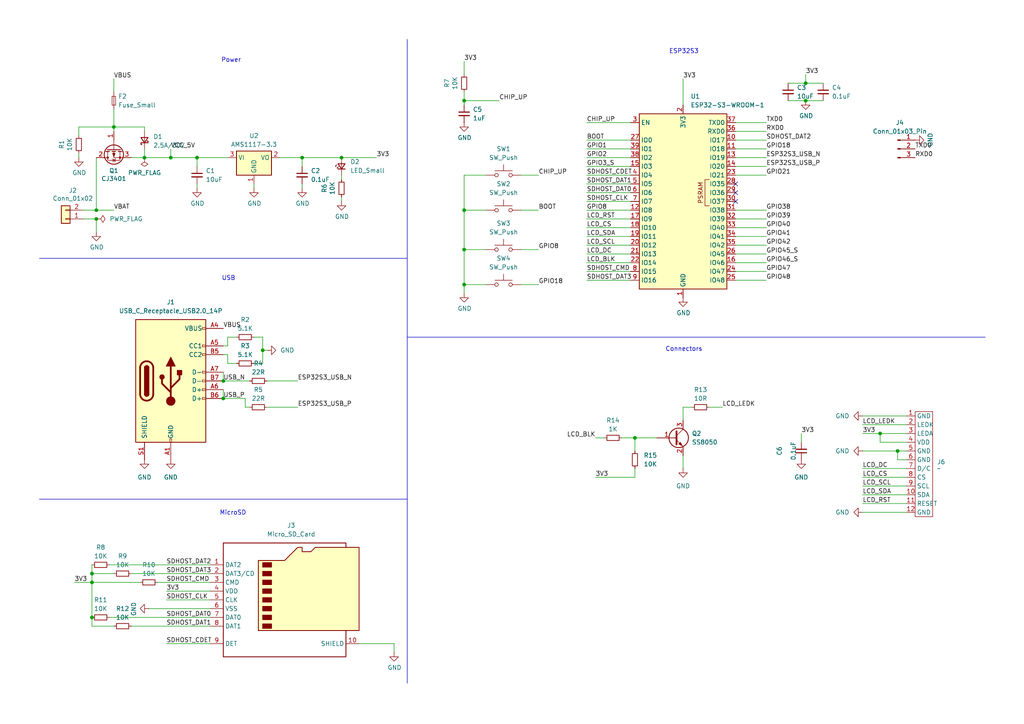
<source format=kicad_sch>
(kicad_sch (version 20231120) (generator "eeschema") (generator_version "8.0")
  (paper "A4")
  (lib_symbols
    (symbol "Connector:Conn_01x03_Pin" (pin_names (offset 1.016) hide)
      (property "Reference" "J" (at 0 5.08 0))
      (property "Value" "Conn_01x03_Pin" (at 0 -5.08 0))
      (symbol "Conn_01x03_Pin_1_1"
        (polyline (pts (xy 1.27 -2.54) (xy 0.8636 -2.54)) (stroke (width 0.1524)))
        (polyline (pts (xy 1.27 0) (xy 0.8636 0)) (stroke (width 0.1524)))
        (polyline (pts (xy 1.27 2.54) (xy 0.8636 2.54)) (stroke (width 0.1524)))
        (rectangle (start 0.8636 -2.413) (end 0 -2.667) (stroke (width 0.1524)) (fill (type outline)))
        (rectangle (start 0.8636 0.127) (end 0 -0.127) (stroke (width 0.1524)) (fill (type outline)))
        (rectangle (start 0.8636 2.667) (end 0 2.413) (stroke (width 0.1524)) (fill (type outline)))
        (pin passive line (at 5.08 2.54 180) (length 3.81) (name "Pin_1") (number "1"))
        (pin passive line (at 5.08 0 180) (length 3.81) (name "Pin_2") (number "2"))
        (pin passive line (at 5.08 -2.54 180) (length 3.81) (name "Pin_3") (number "3"))
      )
    )
    (symbol "Connector:Micro_SD_Card_Det1"
      (property "Reference" "J" (at -16.51 17.78 0))
      (property "Value" "Micro_SD_Card_Det1" (at 16.51 17.78 0))
      (symbol "Micro_SD_Card_Det1_0_1"
        (rectangle (start -7.62 -6.985) (end -5.08 -8.255) (stroke (width 0.254)) (fill (type outline)))
        (rectangle (start -7.62 -4.445) (end -5.08 -5.715) (stroke (width 0.254)) (fill (type outline)))
        (rectangle (start -7.62 -1.905) (end -5.08 -3.175) (stroke (width 0.254)) (fill (type outline)))
        (rectangle (start -7.62 0.635) (end -5.08 -0.635) (stroke (width 0.254)) (fill (type outline)))
        (rectangle (start -7.62 3.175) (end -5.08 1.905) (stroke (width 0.254)) (fill (type outline)))
        (rectangle (start -7.62 5.715) (end -5.08 4.445) (stroke (width 0.254)) (fill (type outline)))
        (rectangle (start -7.62 8.255) (end -5.08 6.985) (stroke (width 0.254)) (fill (type outline)))
        (rectangle (start -7.62 10.795) (end -5.08 9.525) (stroke (width 0.254)) (fill (type outline)))
        (polyline (pts (xy 16.51 15.24) (xy 16.51 16.51) (xy -19.05 16.51) (xy -19.05 -16.51) (xy 16.51 -16.51) (xy 16.51 -8.89)) (stroke (width 0.254)))
        (polyline (pts (xy -8.89 -8.89) (xy -8.89 11.43) (xy -1.27 11.43) (xy 2.54 15.24) (xy 3.81 15.24) (xy 3.81 13.97) (xy 6.35 13.97) (xy 7.62 15.24) (xy 20.32 15.24) (xy 20.32 -8.89) (xy -8.89 -8.89)) (stroke (width 0.254)) (fill (type background)))
      )
      (symbol "Micro_SD_Card_Det1_1_1"
        (pin bidirectional line (at -22.86 10.16 0) (length 3.81) (name "DAT2") (number "1"))
        (pin passive line (at 20.32 -12.7 180) (length 3.81) (name "SHIELD") (number "10"))
        (pin bidirectional line (at -22.86 7.62 0) (length 3.81) (name "DAT3/CD") (number "2"))
        (pin input line (at -22.86 5.08 0) (length 3.81) (name "CMD") (number "3"))
        (pin power_in line (at -22.86 2.54 0) (length 3.81) (name "VDD") (number "4"))
        (pin input line (at -22.86 0 0) (length 3.81) (name "CLK") (number "5"))
        (pin power_in line (at -22.86 -2.54 0) (length 3.81) (name "VSS") (number "6"))
        (pin bidirectional line (at -22.86 -5.08 0) (length 3.81) (name "DAT0") (number "7"))
        (pin bidirectional line (at -22.86 -7.62 0) (length 3.81) (name "DAT1") (number "8"))
        (pin passive line (at -22.86 -12.7 0) (length 3.81) (name "DET") (number "9"))
      )
    )
    (symbol "Connector:USB_C_Receptacle_USB2.0_14P" (pin_names (offset 1.016))
      (property "Reference" "J" (at 0 22.225 0))
      (property "Value" "USB_C_Receptacle_USB2.0_14P" (at 0 19.685 0))
      (symbol "USB_C_Receptacle_USB2.0_14P_0_0"
        (rectangle (start -0.254 -17.78) (end 0.254 -16.764))
        (rectangle (start 10.16 -4.826) (end 9.144 -5.334))
        (rectangle (start 10.16 -2.286) (end 9.144 -2.794))
        (rectangle (start 10.16 0.254) (end 9.144 -0.254))
        (rectangle (start 10.16 2.794) (end 9.144 2.286))
        (rectangle (start 10.16 7.874) (end 9.144 7.366))
        (rectangle (start 10.16 10.414) (end 9.144 9.906))
        (rectangle (start 10.16 15.494) (end 9.144 14.986))
      )
      (symbol "USB_C_Receptacle_USB2.0_14P_0_1"
        (rectangle (start -10.16 17.78) (end 10.16 -17.78) (stroke (width 0.254)) (fill (type background)))
        (arc (start -8.89 -3.81) (mid -6.985 -5.7067) (end -5.08 -3.81) (stroke (width 0.508)))
        (arc (start -7.62 -3.81) (mid -6.985 -4.4423) (end -6.35 -3.81) (stroke (width 0.254)))
        (arc (start -7.62 -3.81) (mid -6.985 -4.4423) (end -6.35 -3.81) (stroke (width 0.254)) (fill (type outline)))
        (rectangle (start -7.62 -3.81) (end -6.35 3.81) (stroke (width 0.254)) (fill (type outline)))
        (arc (start -6.35 3.81) (mid -6.985 4.4423) (end -7.62 3.81) (stroke (width 0.254)))
        (arc (start -6.35 3.81) (mid -6.985 4.4423) (end -7.62 3.81) (stroke (width 0.254)) (fill (type outline)))
        (arc (start -5.08 3.81) (mid -6.985 5.7067) (end -8.89 3.81) (stroke (width 0.508)))
        (circle (center -2.54 1.143) (radius 0.635) (stroke (width 0.254)) (fill (type outline)))
        (circle (center 0 -5.842) (radius 1.27) (fill (type outline)))
        (polyline (pts (xy -8.89 -3.81) (xy -8.89 3.81)) (stroke (width 0.508)))
        (polyline (pts (xy -5.08 3.81) (xy -5.08 -3.81)) (stroke (width 0.508)))
        (polyline (pts (xy 0 -5.842) (xy 0 4.318)) (stroke (width 0.508)))
        (polyline (pts (xy 0 -3.302) (xy -2.54 -0.762) (xy -2.54 0.508)) (stroke (width 0.508)))
        (polyline (pts (xy 0 -2.032) (xy 2.54 0.508) (xy 2.54 1.778)) (stroke (width 0.508)))
        (polyline (pts (xy -1.27 4.318) (xy 0 6.858) (xy 1.27 4.318) (xy -1.27 4.318)) (stroke (width 0.254)) (fill (type outline)))
        (rectangle (start 1.905 1.778) (end 3.175 3.048) (stroke (width 0.254)) (fill (type outline)))
      )
      (symbol "USB_C_Receptacle_USB2.0_14P_1_1"
        (pin passive line (at 0 -22.86 90) (length 5.08) (name "GND") (number "A1"))
        (pin passive line (at 0 -22.86 90) (length 5.08) hide (name "GND") (number "A12"))
        (pin passive line (at 15.24 15.24 180) (length 5.08) (name "VBUS") (number "A4"))
        (pin bidirectional line (at 15.24 10.16 180) (length 5.08) (name "CC1") (number "A5"))
        (pin bidirectional line (at 15.24 -2.54 180) (length 5.08) (name "D+") (number "A6"))
        (pin bidirectional line (at 15.24 2.54 180) (length 5.08) (name "D-") (number "A7"))
        (pin passive line (at 15.24 15.24 180) (length 5.08) hide (name "VBUS") (number "A9"))
        (pin passive line (at 0 -22.86 90) (length 5.08) hide (name "GND") (number "B1"))
        (pin passive line (at 0 -22.86 90) (length 5.08) hide (name "GND") (number "B12"))
        (pin passive line (at 15.24 15.24 180) (length 5.08) hide (name "VBUS") (number "B4"))
        (pin bidirectional line (at 15.24 7.62 180) (length 5.08) (name "CC2") (number "B5"))
        (pin bidirectional line (at 15.24 -5.08 180) (length 5.08) (name "D+") (number "B6"))
        (pin bidirectional line (at 15.24 0 180) (length 5.08) (name "D-") (number "B7"))
        (pin passive line (at 15.24 15.24 180) (length 5.08) hide (name "VBUS") (number "B9"))
        (pin passive line (at -7.62 -22.86 90) (length 5.08) (name "SHIELD") (number "S1"))
      )
    )
    (symbol "Connector_Generic:Conn_01x02" (pin_names (offset 1.016) hide)
      (property "Reference" "J" (at 0 2.54 0))
      (property "Value" "Conn_01x02" (at 0 -5.08 0))
      (symbol "Conn_01x02_1_1"
        (rectangle (start -1.27 -2.413) (end 0 -2.667) (stroke (width 0.1524)))
        (rectangle (start -1.27 0.127) (end 0 -0.127) (stroke (width 0.1524)))
        (rectangle (start -1.27 1.27) (end 1.27 -3.81) (stroke (width 0.254)) (fill (type background)))
        (pin passive line (at -5.08 0 0) (length 3.81) (name "Pin_1") (number "1"))
        (pin passive line (at -5.08 -2.54 0) (length 3.81) (name "Pin_2") (number "2"))
      )
    )
    (symbol "Device:C_Small" (pin_numbers hide) (pin_names (offset 0.254) hide)
      (property "Reference" "C" (at 0.254 1.778 0))
      (property "Value" "C_Small" (at 0.254 -2.032 0))
      (symbol "C_Small_0_1"
        (polyline (pts (xy -1.524 -0.508) (xy 1.524 -0.508)) (stroke (width 0.3302)))
        (polyline (pts (xy -1.524 0.508) (xy 1.524 0.508)) (stroke (width 0.3048)))
      )
      (symbol "C_Small_1_1"
        (pin passive line (at 0 2.54 270) (length 2.032) (name "~") (number "1"))
        (pin passive line (at 0 -2.54 90) (length 2.032) (name "~") (number "2"))
      )
    )
    (symbol "Device:D_Schottky_Small" (pin_numbers hide) (pin_names (offset 0.254) hide)
      (property "Reference" "D" (at -1.27 2.032 0))
      (property "Value" "D_Schottky_Small" (at -7.112 -2.032 0))
      (symbol "D_Schottky_Small_0_1"
        (polyline (pts (xy -0.762 0) (xy 0.762 0)))
        (polyline (pts (xy 0.762 -1.016) (xy -0.762 0) (xy 0.762 1.016) (xy 0.762 -1.016)) (stroke (width 0.254)))
        (polyline (pts (xy -1.27 0.762) (xy -1.27 1.016) (xy -0.762 1.016) (xy -0.762 -1.016) (xy -0.254 -1.016) (xy -0.254 -0.762)) (stroke (width 0.254)))
      )
      (symbol "D_Schottky_Small_1_1"
        (pin passive line (at -2.54 0 0) (length 1.778) (name "K") (number "1"))
        (pin passive line (at 2.54 0 180) (length 1.778) (name "A") (number "2"))
      )
    )
    (symbol "Device:Fuse_Small" (pin_numbers hide) (pin_names (offset 0.254) hide)
      (property "Reference" "F" (at 0 -1.524 0))
      (property "Value" "Fuse_Small" (at 0 1.524 0))
      (symbol "Fuse_Small_0_1"
        (rectangle (start -1.27 0.508) (end 1.27 -0.508))
        (polyline (pts (xy -1.27 0) (xy 1.27 0)))
      )
      (symbol "Fuse_Small_1_1"
        (pin passive line (at -2.54 0 0) (length 1.27) (name "~") (number "1"))
        (pin passive line (at 2.54 0 180) (length 1.27) (name "~") (number "2"))
      )
    )
    (symbol "Device:LED_Small" (pin_numbers hide) (pin_names (offset 0.254) hide)
      (property "Reference" "D" (at -1.27 3.175 0))
      (property "Value" "LED_Small" (at -4.445 -2.54 0))
      (symbol "LED_Small_0_1"
        (polyline (pts (xy -0.762 -1.016) (xy -0.762 1.016)) (stroke (width 0.254)))
        (polyline (pts (xy 1.016 0) (xy -0.762 0)))
        (polyline (pts (xy 0.762 -1.016) (xy -0.762 0) (xy 0.762 1.016) (xy 0.762 -1.016)) (stroke (width 0.254)))
        (polyline (pts (xy 0 0.762) (xy -0.508 1.27) (xy -0.254 1.27) (xy -0.508 1.27) (xy -0.508 1.016)))
        (polyline (pts (xy 0.508 1.27) (xy 0 1.778) (xy 0.254 1.778) (xy 0 1.778) (xy 0 1.524)))
      )
      (symbol "LED_Small_1_1"
        (pin passive line (at -2.54 0 0) (length 1.778) (name "K") (number "1"))
        (pin passive line (at 2.54 0 180) (length 1.778) (name "A") (number "2"))
      )
    )
    (symbol "Device:Q_PMOS_GDS" (pin_names (offset 0) hide)
      (property "Reference" "Q" (at 5.08 1.27 0))
      (property "Value" "Q_PMOS_GDS" (at 5.08 -1.27 0))
      (symbol "Q_PMOS_GDS_0_1"
        (polyline (pts (xy 0.254 0) (xy -2.54 0)))
        (polyline (pts (xy 0.254 1.905) (xy 0.254 -1.905)) (stroke (width 0.254)))
        (polyline (pts (xy 0.762 -1.27) (xy 0.762 -2.286)) (stroke (width 0.254)))
        (polyline (pts (xy 0.762 0.508) (xy 0.762 -0.508)) (stroke (width 0.254)))
        (polyline (pts (xy 0.762 2.286) (xy 0.762 1.27)) (stroke (width 0.254)))
        (polyline (pts (xy 2.54 2.54) (xy 2.54 1.778)))
        (polyline (pts (xy 2.54 -2.54) (xy 2.54 0) (xy 0.762 0)))
        (polyline (pts (xy 0.762 1.778) (xy 3.302 1.778) (xy 3.302 -1.778) (xy 0.762 -1.778)))
        (polyline (pts (xy 2.286 0) (xy 1.27 0.381) (xy 1.27 -0.381) (xy 2.286 0)) (fill (type outline)))
        (polyline (pts (xy 2.794 -0.508) (xy 2.921 -0.381) (xy 3.683 -0.381) (xy 3.81 -0.254)))
        (polyline (pts (xy 3.302 -0.381) (xy 2.921 0.254) (xy 3.683 0.254) (xy 3.302 -0.381)))
        (circle (center 1.651 0) (radius 2.794) (stroke (width 0.254)))
        (circle (center 2.54 -1.778) (radius 0.254) (fill (type outline)))
        (circle (center 2.54 1.778) (radius 0.254) (fill (type outline)))
      )
      (symbol "Q_PMOS_GDS_1_1"
        (pin input line (at -5.08 0 0) (length 2.54) (name "G") (number "1"))
        (pin passive line (at 2.54 5.08 270) (length 2.54) (name "D") (number "2"))
        (pin passive line (at 2.54 -5.08 90) (length 2.54) (name "S") (number "3"))
      )
    )
    (symbol "Device:R_Small" (pin_numbers hide) (pin_names (offset 0.254) hide)
      (property "Reference" "R" (at 0.762 0.508 0))
      (property "Value" "R_Small" (at 0.762 -1.016 0))
      (symbol "R_Small_0_1"
        (rectangle (start -0.762 1.778) (end 0.762 -1.778) (stroke (width 0.2032)))
      )
      (symbol "R_Small_1_1"
        (pin passive line (at 0 2.54 270) (length 0.762) (name "~") (number "1"))
        (pin passive line (at 0 -2.54 90) (length 0.762) (name "~") (number "2"))
      )
    )
    (symbol "RF_Module:ESP32-S3-WROOM-1"
      (property "Reference" "U" (at -12.7 26.67 0))
      (property "Value" "ESP32-S3-WROOM-1" (at 12.7 26.67 0))
      (symbol "ESP32-S3-WROOM-1_0_0"
        (rectangle (start -12.7 25.4) (end 12.7 -25.4) (stroke (width 0.254)) (fill (type background)))
        (text "PSRAM" (at 5.08 2.54 900) (effects (font (size 1.27 1.27))))
      )
      (symbol "ESP32-S3-WROOM-1_0_1"
        (polyline (pts (xy 7.62 -1.27) (xy 6.35 -1.27) (xy 6.35 6.35) (xy 7.62 6.35)))
      )
      (symbol "ESP32-S3-WROOM-1_1_1"
        (pin power_in line (at 0 -27.94 90) (length 2.54) (name "GND") (number "1"))
        (pin bidirectional line (at 15.24 17.78 180) (length 2.54) (name "IO17") (number "10"))
        (pin bidirectional line (at 15.24 15.24 180) (length 2.54) (name "IO18") (number "11"))
        (pin bidirectional line (at -15.24 -2.54 0) (length 2.54) (name "IO8") (number "12"))
        (pin bidirectional line (at 15.24 12.7 180) (length 2.54) (name "IO19") (number "13"))
        (pin bidirectional line (at 15.24 10.16 180) (length 2.54) (name "IO20") (number "14"))
        (pin bidirectional line (at -15.24 10.16 0) (length 2.54) (name "IO3") (number "15"))
        (pin bidirectional line (at 15.24 -17.78 180) (length 2.54) (name "IO46") (number "16"))
        (pin bidirectional line (at -15.24 -5.08 0) (length 2.54) (name "IO9") (number "17"))
        (pin bidirectional line (at -15.24 -7.62 0) (length 2.54) (name "IO10") (number "18"))
        (pin bidirectional line (at -15.24 -10.16 0) (length 2.54) (name "IO11") (number "19"))
        (pin power_in line (at 0 27.94 270) (length 2.54) (name "3V3") (number "2"))
        (pin bidirectional line (at -15.24 -12.7 0) (length 2.54) (name "IO12") (number "20"))
        (pin bidirectional line (at -15.24 -15.24 0) (length 2.54) (name "IO13") (number "21"))
        (pin bidirectional line (at -15.24 -17.78 0) (length 2.54) (name "IO14") (number "22"))
        (pin bidirectional line (at 15.24 7.62 180) (length 2.54) (name "IO21") (number "23"))
        (pin bidirectional line (at 15.24 -20.32 180) (length 2.54) (name "IO47") (number "24"))
        (pin bidirectional line (at 15.24 -22.86 180) (length 2.54) (name "IO48") (number "25"))
        (pin bidirectional line (at 15.24 -15.24 180) (length 2.54) (name "IO45") (number "26"))
        (pin bidirectional line (at -15.24 17.78 0) (length 2.54) (name "IO0") (number "27"))
        (pin bidirectional line (at 15.24 5.08 180) (length 2.54) (name "IO35") (number "28"))
        (pin bidirectional line (at 15.24 2.54 180) (length 2.54) (name "IO36") (number "29"))
        (pin input line (at -15.24 22.86 0) (length 2.54) (name "EN") (number "3"))
        (pin bidirectional line (at 15.24 0 180) (length 2.54) (name "IO37") (number "30"))
        (pin bidirectional line (at 15.24 -2.54 180) (length 2.54) (name "IO38") (number "31"))
        (pin bidirectional line (at 15.24 -5.08 180) (length 2.54) (name "IO39") (number "32"))
        (pin bidirectional line (at 15.24 -7.62 180) (length 2.54) (name "IO40") (number "33"))
        (pin bidirectional line (at 15.24 -10.16 180) (length 2.54) (name "IO41") (number "34"))
        (pin bidirectional line (at 15.24 -12.7 180) (length 2.54) (name "IO42") (number "35"))
        (pin bidirectional line (at 15.24 20.32 180) (length 2.54) (name "RXD0") (number "36"))
        (pin bidirectional line (at 15.24 22.86 180) (length 2.54) (name "TXD0") (number "37"))
        (pin bidirectional line (at -15.24 12.7 0) (length 2.54) (name "IO2") (number "38"))
        (pin bidirectional line (at -15.24 15.24 0) (length 2.54) (name "IO1") (number "39"))
        (pin bidirectional line (at -15.24 7.62 0) (length 2.54) (name "IO4") (number "4"))
        (pin passive line (at 0 -27.94 90) (length 2.54) hide (name "GND") (number "40"))
        (pin passive line (at 0 -27.94 90) (length 2.54) hide (name "GND") (number "41"))
        (pin bidirectional line (at -15.24 5.08 0) (length 2.54) (name "IO5") (number "5"))
        (pin bidirectional line (at -15.24 2.54 0) (length 2.54) (name "IO6") (number "6"))
        (pin bidirectional line (at -15.24 0 0) (length 2.54) (name "IO7") (number "7"))
        (pin bidirectional line (at -15.24 -20.32 0) (length 2.54) (name "IO15") (number "8"))
        (pin bidirectional line (at -15.24 -22.86 0) (length 2.54) (name "IO16") (number "9"))
      )
    )
    (symbol "Regulator_Linear:AMS1117-3.3"
      (property "Reference" "U" (at -3.81 3.175 0))
      (property "Value" "AMS1117-3.3" (at 0 3.175 0))
      (symbol "AMS1117-3.3_0_1"
        (rectangle (start -5.08 -5.08) (end 5.08 1.905) (stroke (width 0.254)) (fill (type background)))
      )
      (symbol "AMS1117-3.3_1_1"
        (pin power_in line (at 0 -7.62 90) (length 2.54) (name "GND") (number "1"))
        (pin power_out line (at 7.62 0 180) (length 2.54) (name "VO") (number "2"))
        (pin power_in line (at -7.62 0 0) (length 2.54) (name "VI") (number "3"))
      )
    )
    (symbol "Switch:SW_Push" (pin_numbers hide) (pin_names (offset 1.016) hide)
      (property "Reference" "SW" (at 1.27 2.54 0))
      (property "Value" "SW_Push" (at 0 -1.524 0))
      (symbol "SW_Push_0_1"
        (circle (center -2.032 0) (radius 0.508))
        (polyline (pts (xy 0 1.27) (xy 0 3.048)))
        (polyline (pts (xy 2.54 1.27) (xy -2.54 1.27)))
        (circle (center 2.032 0) (radius 0.508))
        (pin passive line (at -5.08 0 0) (length 2.54) (name "1") (number "1"))
        (pin passive line (at 5.08 0 180) (length 2.54) (name "2") (number "2"))
      )
    )
    (symbol "Transistor_BJT:SS8050" (pin_names (offset 0) hide)
      (property "Reference" "Q" (at 5.08 1.905 0))
      (property "Value" "SS8050" (at 5.08 0 0))
      (symbol "SS8050_0_1"
        (polyline (pts (xy 0.635 0.635) (xy 2.54 2.54)))
        (polyline (pts (xy 0.635 -0.635) (xy 2.54 -2.54) (xy 2.54 -2.54)))
        (polyline (pts (xy 0.635 1.905) (xy 0.635 -1.905) (xy 0.635 -1.905)) (stroke (width 0.508)))
        (polyline (pts (xy 1.27 -1.778) (xy 1.778 -1.27) (xy 2.286 -2.286) (xy 1.27 -1.778) (xy 1.27 -1.778)) (fill (type outline)))
        (circle (center 1.27 0) (radius 2.8194) (stroke (width 0.254)))
      )
      (symbol "SS8050_1_1"
        (pin input line (at -5.08 0 0) (length 5.715) (name "B") (number "1"))
        (pin passive line (at 2.54 -5.08 90) (length 2.54) (name "E") (number "2"))
        (pin passive line (at 2.54 5.08 270) (length 2.54) (name "C") (number "3"))
      )
    )
    (symbol "power:GND" (power) (pin_numbers hide) (pin_names (offset 0) hide)
      (property "Value" "GND" (at 0 -3.81 0))
      (symbol "GND_0_1"
        (polyline (pts (xy 0 0) (xy 0 -1.27) (xy 1.27 -1.27) (xy 0 -2.54) (xy -1.27 -1.27) (xy 0 -1.27)))
      )
      (symbol "GND_1_1"
        (pin power_in line (at 0 0 270) (length 0) (name "~") (number "1"))
      )
    )
    (symbol "power:PWR_FLAG" (power) (pin_numbers hide) (pin_names (offset 0) hide)
      (property "Value" "PWR_FLAG" (at 0 3.81 0))
      (symbol "PWR_FLAG_0_0"
        (pin power_out line (at 0 0 90) (length 0) (name "~") (number "1"))
      )
      (symbol "PWR_FLAG_0_1"
        (polyline (pts (xy 0 0) (xy 0 1.27) (xy -1.016 1.905) (xy 0 2.54) (xy 1.016 1.905) (xy 0 1.27)))
      )
    )
    (symbol "user_created:FPC_Connector_12_pin"
      (property "Reference" "J" (at 0 3.81 0))
      (symbol "FPC_Connector_12_pin_0_1"
        (rectangle (start -2.54 15.24) (end 2.54 -15.24))
      )
      (symbol "FPC_Connector_12_pin_1_1"
        (pin input line (at -5.08 13.97 0) (length 2.54) (name "GND") (number "1"))
        (pin input line (at -5.08 -8.89 0) (length 2.54) (name "SDA") (number "10"))
        (pin input line (at -5.08 -11.43 0) (length 2.54) (name "RESET") (number "11"))
        (pin input line (at -5.08 -13.97 0) (length 2.54) (name "GND") (number "12"))
        (pin input line (at -5.08 11.43 0) (length 2.54) (name "LEDK") (number "2"))
        (pin input line (at -5.08 8.89 0) (length 2.54) (name "LEDA") (number "3"))
        (pin input line (at -5.08 6.35 0) (length 2.54) (name "VDD") (number "4"))
        (pin input line (at -5.08 3.81 0) (length 2.54) (name "GND") (number "5"))
        (pin input line (at -5.08 1.27 0) (length 2.54) (name "GND") (number "6"))
        (pin input line (at -5.08 -1.27 0) (length 2.54) (name "D/C") (number "7"))
        (pin input line (at -5.08 -3.81 0) (length 2.54) (name "CS") (number "8"))
        (pin input line (at -5.08 -6.35 0) (length 2.54) (name "SCL") (number "9"))
      )
    )
  )
  (junction (at 134.62 82.55))
  (junction (at 26.67 168.91))
  (junction (at 64.77 115.57))
  (junction (at 87.63 45.72))
  (junction (at 99.06 45.72))
  (junction (at 134.62 29.21))
  (junction (at 184.15 127))
  (junction (at 41.91 45.72))
  (junction (at 134.62 72.39))
  (junction (at 33.02 36.83))
  (junction (at 76.2 101.6))
  (junction (at 260.35 130.81))
  (junction (at 57.15 45.72))
  (junction (at 27.94 60.96))
  (junction (at 26.67 179.07))
  (junction (at 233.68 29.21))
  (junction (at 27.94 63.5))
  (junction (at 255.27 125.73))
  (junction (at 26.67 166.37))
  (junction (at 134.62 60.96))
  (junction (at 233.68 24.13))
  (junction (at 64.77 110.49))
  (junction (at 49.53 45.72))
  (no_connect (at 213.36 55.88))
  (no_connect (at 213.36 58.42))
  (no_connect (at 213.36 53.34))
  (wire (pts (xy 151.13 60.96) (xy 156.21 60.96)))
  (wire (pts (xy 134.62 29.21) (xy 134.62 30.48)))
  (wire (pts (xy 151.13 72.39) (xy 156.21 72.39)))
  (wire (pts (xy 250.19 140.97) (xy 262.89 140.97)))
  (wire (pts (xy 76.2 97.79) (xy 76.2 101.6)))
  (wire (pts (xy 48.26 171.45) (xy 60.96 171.45)))
  (wire (pts (xy 250.19 146.05) (xy 262.89 146.05)))
  (wire (pts (xy 262.89 133.35) (xy 260.35 133.35)))
  (wire (pts (xy 66.04 97.79) (xy 68.58 97.79)))
  (wire (pts (xy 184.15 127) (xy 184.15 130.81)))
  (wire (pts (xy 213.36 76.2) (xy 222.25 76.2)))
  (wire (pts (xy 170.18 60.96) (xy 182.88 60.96)))
  (wire (pts (xy 170.18 66.04) (xy 182.88 66.04)))
  (wire (pts (xy 134.62 50.8) (xy 134.62 60.96)))
  (wire (pts (xy 38.1 166.37) (xy 60.96 166.37)))
  (wire (pts (xy 41.91 43.18) (xy 41.91 45.72)))
  (wire (pts (xy 232.41 125.73) (xy 232.41 128.27)))
  (wire (pts (xy 184.15 135.89) (xy 184.15 138.43)))
  (wire (pts (xy 38.1 181.61) (xy 60.96 181.61)))
  (wire (pts (xy 170.18 71.12) (xy 182.88 71.12)))
  (wire (pts (xy 87.63 54.61) (xy 87.63 53.34)))
  (polyline (pts (xy 118.11 106.68) (xy 118.11 198.12)))
  (wire (pts (xy 87.63 45.72) (xy 99.06 45.72)))
  (wire (pts (xy 26.67 181.61) (xy 26.67 179.07)))
  (wire (pts (xy 33.02 36.83) (xy 33.02 38.1)))
  (wire (pts (xy 200.66 118.11) (xy 198.12 118.11)))
  (wire (pts (xy 134.62 82.55) (xy 140.97 82.55)))
  (polyline (pts (xy 11.43 74.93) (xy 118.11 74.93)))
  (wire (pts (xy 134.62 60.96) (xy 134.62 72.39)))
  (wire (pts (xy 87.63 45.72) (xy 87.63 48.26)))
  (wire (pts (xy 76.2 101.6) (xy 76.2 105.41)))
  (wire (pts (xy 198.12 22.86) (xy 198.12 30.48)))
  (wire (pts (xy 71.12 118.11) (xy 72.39 118.11)))
  (wire (pts (xy 250.19 125.73) (xy 255.27 125.73)))
  (wire (pts (xy 250.19 130.81) (xy 260.35 130.81)))
  (wire (pts (xy 64.77 107.95) (xy 64.77 110.49)))
  (wire (pts (xy 66.04 105.41) (xy 66.04 102.87)))
  (wire (pts (xy 134.62 72.39) (xy 140.97 72.39)))
  (wire (pts (xy 255.27 125.73) (xy 262.89 125.73)))
  (wire (pts (xy 170.18 40.64) (xy 182.88 40.64)))
  (wire (pts (xy 170.18 81.28) (xy 182.88 81.28)))
  (wire (pts (xy 134.62 82.55) (xy 134.62 85.09)))
  (wire (pts (xy 233.68 21.59) (xy 233.68 24.13)))
  (wire (pts (xy 170.18 48.26) (xy 182.88 48.26)))
  (wire (pts (xy 114.3 186.69) (xy 114.3 189.23)))
  (wire (pts (xy 250.19 148.59) (xy 262.89 148.59)))
  (wire (pts (xy 170.18 68.58) (xy 182.88 68.58)))
  (wire (pts (xy 213.36 63.5) (xy 222.25 63.5)))
  (wire (pts (xy 27.94 60.96) (xy 33.02 60.96)))
  (wire (pts (xy 134.62 29.21) (xy 144.78 29.21)))
  (wire (pts (xy 66.04 97.79) (xy 66.04 100.33)))
  (wire (pts (xy 213.36 43.18) (xy 222.25 43.18)))
  (wire (pts (xy 213.36 66.04) (xy 222.25 66.04)))
  (wire (pts (xy 99.06 50.8) (xy 99.06 52.07)))
  (wire (pts (xy 26.67 166.37) (xy 26.67 168.91)))
  (wire (pts (xy 77.47 110.49) (xy 86.36 110.49)))
  (wire (pts (xy 260.35 133.35) (xy 260.35 130.81)))
  (wire (pts (xy 66.04 105.41) (xy 68.58 105.41)))
  (polyline (pts (xy 11.43 144.78) (xy 118.11 144.78)))
  (wire (pts (xy 49.53 43.18) (xy 49.53 45.72)))
  (wire (pts (xy 24.13 60.96) (xy 27.94 60.96)))
  (wire (pts (xy 213.36 40.64) (xy 222.25 40.64)))
  (wire (pts (xy 27.94 63.5) (xy 27.94 67.31)))
  (wire (pts (xy 73.66 97.79) (xy 76.2 97.79)))
  (wire (pts (xy 31.75 163.83) (xy 60.96 163.83)))
  (wire (pts (xy 213.36 38.1) (xy 222.25 38.1)))
  (wire (pts (xy 33.02 181.61) (xy 26.67 181.61)))
  (wire (pts (xy 77.47 118.11) (xy 86.36 118.11)))
  (wire (pts (xy 170.18 45.72) (xy 182.88 45.72)))
  (polyline (pts (xy 118.11 97.79) (xy 285.75 97.79)))
  (wire (pts (xy 38.1 45.72) (xy 41.91 45.72)))
  (wire (pts (xy 170.18 43.18) (xy 182.88 43.18)))
  (wire (pts (xy 73.66 105.41) (xy 76.2 105.41)))
  (wire (pts (xy 151.13 82.55) (xy 156.21 82.55)))
  (wire (pts (xy 233.68 29.21) (xy 238.76 29.21)))
  (wire (pts (xy 213.36 48.26) (xy 222.25 48.26)))
  (wire (pts (xy 41.91 36.83) (xy 41.91 38.1)))
  (wire (pts (xy 71.12 118.11) (xy 71.12 115.57)))
  (wire (pts (xy 33.02 36.83) (xy 41.91 36.83)))
  (wire (pts (xy 57.15 45.72) (xy 57.15 48.26)))
  (wire (pts (xy 172.72 127) (xy 175.26 127)))
  (wire (pts (xy 213.36 50.8) (xy 222.25 50.8)))
  (wire (pts (xy 66.04 100.33) (xy 64.77 100.33)))
  (wire (pts (xy 77.47 101.6) (xy 76.2 101.6)))
  (wire (pts (xy 33.02 31.75) (xy 33.02 36.83)))
  (wire (pts (xy 255.27 128.27) (xy 255.27 125.73)))
  (wire (pts (xy 170.18 78.74) (xy 182.88 78.74)))
  (wire (pts (xy 140.97 50.8) (xy 134.62 50.8)))
  (wire (pts (xy 180.34 127) (xy 184.15 127)))
  (wire (pts (xy 184.15 127) (xy 190.5 127)))
  (wire (pts (xy 170.18 50.8) (xy 182.88 50.8)))
  (wire (pts (xy 213.36 60.96) (xy 222.25 60.96)))
  (wire (pts (xy 49.53 45.72) (xy 57.15 45.72)))
  (wire (pts (xy 262.89 128.27) (xy 255.27 128.27)))
  (wire (pts (xy 213.36 35.56) (xy 222.25 35.56)))
  (wire (pts (xy 48.26 186.69) (xy 60.96 186.69)))
  (wire (pts (xy 60.96 176.53) (xy 43.18 176.53)))
  (wire (pts (xy 170.18 35.56) (xy 182.88 35.56)))
  (wire (pts (xy 213.36 73.66) (xy 222.25 73.66)))
  (wire (pts (xy 26.67 163.83) (xy 26.67 166.37)))
  (wire (pts (xy 81.28 45.72) (xy 87.63 45.72)))
  (wire (pts (xy 48.26 173.99) (xy 60.96 173.99)))
  (wire (pts (xy 57.15 54.61) (xy 57.15 53.34)))
  (wire (pts (xy 213.36 45.72) (xy 222.25 45.72)))
  (wire (pts (xy 213.36 71.12) (xy 222.25 71.12)))
  (wire (pts (xy 250.19 135.89) (xy 262.89 135.89)))
  (wire (pts (xy 99.06 58.42) (xy 99.06 57.15)))
  (wire (pts (xy 24.13 63.5) (xy 27.94 63.5)))
  (wire (pts (xy 41.91 45.72) (xy 49.53 45.72)))
  (wire (pts (xy 134.62 60.96) (xy 140.97 60.96)))
  (wire (pts (xy 198.12 118.11) (xy 198.12 121.92)))
  (wire (pts (xy 228.6 24.13) (xy 233.68 24.13)))
  (wire (pts (xy 45.72 168.91) (xy 60.96 168.91)))
  (wire (pts (xy 134.62 17.78) (xy 134.62 21.59)))
  (wire (pts (xy 170.18 63.5) (xy 182.88 63.5)))
  (wire (pts (xy 26.67 166.37) (xy 33.02 166.37)))
  (wire (pts (xy 64.77 110.49) (xy 72.39 110.49)))
  (wire (pts (xy 26.67 168.91) (xy 40.64 168.91)))
  (wire (pts (xy 250.19 138.43) (xy 262.89 138.43)))
  (wire (pts (xy 21.59 168.91) (xy 26.67 168.91)))
  (wire (pts (xy 198.12 132.08) (xy 198.12 135.89)))
  (wire (pts (xy 228.6 29.21) (xy 233.68 29.21)))
  (wire (pts (xy 64.77 113.03) (xy 64.77 115.57)))
  (wire (pts (xy 22.86 45.72) (xy 22.86 44.45)))
  (wire (pts (xy 134.62 72.39) (xy 134.62 82.55)))
  (wire (pts (xy 170.18 76.2) (xy 182.88 76.2)))
  (wire (pts (xy 33.02 22.86) (xy 33.02 26.67)))
  (wire (pts (xy 22.86 36.83) (xy 33.02 36.83)))
  (wire (pts (xy 233.68 24.13) (xy 238.76 24.13)))
  (wire (pts (xy 250.19 123.19) (xy 262.89 123.19)))
  (polyline (pts (xy 118.11 11.43) (xy 118.11 106.68)))
  (wire (pts (xy 134.62 26.67) (xy 134.62 29.21)))
  (wire (pts (xy 170.18 58.42) (xy 182.88 58.42)))
  (wire (pts (xy 27.94 60.96) (xy 27.94 45.72)))
  (wire (pts (xy 66.04 102.87) (xy 64.77 102.87)))
  (wire (pts (xy 73.66 54.61) (xy 73.66 53.34)))
  (wire (pts (xy 71.12 115.57) (xy 64.77 115.57)))
  (wire (pts (xy 57.15 45.72) (xy 66.04 45.72)))
  (wire (pts (xy 151.13 50.8) (xy 156.21 50.8)))
  (wire (pts (xy 213.36 78.74) (xy 222.25 78.74)))
  (wire (pts (xy 26.67 168.91) (xy 26.67 179.07)))
  (wire (pts (xy 99.06 45.72) (xy 109.22 45.72)))
  (wire (pts (xy 213.36 81.28) (xy 222.25 81.28)))
  (wire (pts (xy 22.86 36.83) (xy 22.86 39.37)))
  (wire (pts (xy 213.36 68.58) (xy 222.25 68.58)))
  (wire (pts (xy 250.19 120.65) (xy 262.89 120.65)))
  (wire (pts (xy 170.18 55.88) (xy 182.88 55.88)))
  (wire (pts (xy 170.18 53.34) (xy 182.88 53.34)))
  (wire (pts (xy 104.14 186.69) (xy 114.3 186.69)))
  (wire (pts (xy 250.19 143.51) (xy 262.89 143.51)))
  (wire (pts (xy 260.35 130.81) (xy 262.89 130.81)))
  (wire (pts (xy 170.18 73.66) (xy 182.88 73.66)))
  (wire (pts (xy 205.74 118.11) (xy 209.55 118.11)))
  (wire (pts (xy 31.75 179.07) (xy 60.96 179.07)))
  (wire (pts (xy 172.72 138.43) (xy 184.15 138.43)))
  (text "USB" (at 66.294 80.772 0) (effects (font (size 1.27 1.27))))
  (text "Connectors" (at 198.374 101.346 0) (effects (font (size 1.27 1.27))))
  (text "MicroSD" (at 67.564 148.844 0) (effects (font (size 1.27 1.27))))
  (text "ESP32S3" (at 198.374 14.986 0) (effects (font (size 1.27 1.27))))
  (text "Power" (at 67.056 17.526 0) (effects (font (size 1.27 1.27))))
  (label "3V3" (at 109.22 45.72 0))
  (label "SDHOST_CMD" (at 170.18 78.74 0))
  (label "ESP32S3_USB_P" (at 86.36 118.11 0))
  (label "GPIO21" (at 222.25 50.8 0))
  (label "LCD_DC" (at 250.19 135.89 0))
  (label "GPIO45_S" (at 222.25 73.66 0))
  (label "SDHOST_DAT2" (at 48.26 163.83 0))
  (label "SDHOST_CLK" (at 48.26 173.99 0))
  (label "VCC_5V" (at 49.53 43.18 0))
  (label "3V3" (at 172.72 138.43 0))
  (label "USB_N" (at 64.77 110.49 0))
  (label "TXD0" (at 222.25 35.56 0))
  (label "GPIO48" (at 222.25 81.28 0))
  (label "GPIO42" (at 222.25 71.12 0))
  (label "SDHOST_DAT0" (at 170.18 55.88 0))
  (label "LCD_DC" (at 170.18 73.66 0))
  (label "LCD_CS" (at 250.19 138.43 0))
  (label "GPIO46_S" (at 222.25 76.2 0))
  (label "RXD0" (at 265.43 45.72 0))
  (label "SDHOST_CDET" (at 48.26 186.69 0))
  (label "3V3" (at 250.19 125.73 0))
  (label "SDHOST_CMD" (at 48.26 168.91 0))
  (label "CHIP_UP" (at 156.21 50.8 0))
  (label "SDHOST_DAT0" (at 48.26 179.07 0))
  (label "ESP32S3_USB_N" (at 222.25 45.72 0))
  (label "USB_P" (at 64.77 115.57 0))
  (label "VBUS" (at 33.02 22.86 0))
  (label "BOOT" (at 170.18 40.64 0))
  (label "SDHOST_DAT2" (at 222.25 40.64 0))
  (label "CHIP_UP" (at 170.18 35.56 0))
  (label "3V3" (at 233.68 21.59 0))
  (label "3V3" (at 134.62 17.78 0))
  (label "SDHOST_DAT1" (at 48.26 181.61 0))
  (label "LCD_RST" (at 170.18 63.5 0))
  (label "LCD_SDA" (at 170.18 68.58 0))
  (label "GPIO1" (at 170.18 43.18 0))
  (label "GPIO39" (at 222.25 63.5 0))
  (label "GPIO41" (at 222.25 68.58 0))
  (label "LCD_RST" (at 250.19 146.05 0))
  (label "LCD_SCL" (at 170.18 71.12 0))
  (label "BOOT" (at 156.21 60.96 0))
  (label "LCD_BLK" (at 170.18 76.2 0))
  (label "GPIO38" (at 222.25 60.96 0))
  (label "SDHOST_DAT3" (at 48.26 166.37 0))
  (label "ESP32S3_USB_N" (at 86.36 110.49 0))
  (label "GPIO8" (at 170.18 60.96 0))
  (label "GPIO8" (at 156.21 72.39 0))
  (label "GPIO2" (at 170.18 45.72 0))
  (label "3V3" (at 48.26 171.45 0))
  (label "LCD_CS" (at 170.18 66.04 0))
  (label "SDHOST_CDET" (at 170.18 50.8 0))
  (label "3V3" (at 232.41 125.73 0))
  (label "LCD_SCL" (at 250.19 140.97 0))
  (label "LCD_LEDK" (at 250.19 123.19 0))
  (label "LCD_BLK" (at 172.72 127 180))
  (label "SDHOST_CLK" (at 170.18 58.42 0))
  (label "LCD_SDA" (at 250.19 143.51 0))
  (label "GPIO3_S" (at 170.18 48.26 0))
  (label "GPIO40" (at 222.25 66.04 0))
  (label "3V3" (at 21.59 168.91 0))
  (label "CHIP_UP" (at 144.78 29.21 0))
  (label "ESP32S3_USB_P" (at 222.25 48.26 0))
  (label "TXD0" (at 265.43 43.18 0))
  (label "3V3" (at 198.12 22.86 0))
  (label "VBUS" (at 64.77 95.25 0))
  (label "SDHOST_DAT1" (at 170.18 53.34 0))
  (label "GPIO18" (at 222.25 43.18 0))
  (label "RXD0" (at 222.25 38.1 0))
  (label "GPIO47" (at 222.25 78.74 0))
  (label "VBAT" (at 33.02 60.96 0))
  (label "GPIO18" (at 156.21 82.55 0))
  (label "SDHOST_DAT3" (at 170.18 81.28 0))
  (label "LCD_LEDK" (at 209.55 118.11 0))
  (symbol (lib_id "power:PWR_FLAG") (at 27.94 63.5 270) (unit 1)
    (property "Reference" "#FLG02" (effects (hide yes)))
    (property "Value" "PWR_FLAG" (at 31.75 63.4999 90) (effects (justify left)))
    (property "Description" "Special symbol for telling ERC where power comes from" (effects (hide yes)))
  )
  (symbol (lib_id "Device:R_Small") (at 134.62 24.13 0) (unit 1)
    (property "Reference" "R7" (at 129.6416 24.13 90))
    (property "Value" "10K" (at 131.953 24.13 90))
    (property "Footprint" "Resistor_SMD:R_0603_1608Metric" (effects (hide yes)))
    (property "Description" "Resistor, small symbol" (effects (hide yes)))
    (property "LCSC Part #" "C25804" (effects (hide yes)))
  )
  (symbol (lib_id "power:GND") (at 41.91 133.35 0) (unit 1)
    (property "Reference" "#PWR05" (effects (hide yes)))
    (property "Value" "GND" (at 41.91 138.43 0))
    (property "Description" "Power symbol creates a global label with name \"GND\" , ground" (effects (hide yes)))
  )
  (symbol (lib_id "Device:R_Small") (at 35.56 166.37 90) (unit 1)
    (property "Reference" "R9" (at 35.56 161.29 90))
    (property "Value" "10K" (at 35.56 163.83 90))
    (property "Footprint" "Resistor_SMD:R_0603_1608Metric" (effects (hide yes)))
    (property "Description" "Resistor, small symbol" (effects (hide yes)))
  )
  (symbol (lib_id "power:GND") (at 250.19 120.65 270) (unit 1)
    (property "Reference" "#PWR018" (effects (hide yes)))
    (property "Value" "GND" (at 246.38 120.6499 90) (effects (justify right)))
    (property "Description" "Power symbol creates a global label with name \"GND\" , ground" (effects (hide yes)))
  )
  (symbol (lib_id "power:GND") (at 134.62 35.56 0) (unit 1)
    (property "Reference" "#PWR011" (effects (hide yes)))
    (property "Value" "GND" (at 134.747 39.9542 0))
    (property "Description" "Power symbol creates a global label with name \"GND\" , ground" (effects (hide yes)))
  )
  (symbol (lib_id "power:GND") (at 232.41 133.35 0) (unit 1)
    (property "Reference" "#PWR020" (effects (hide yes)))
    (property "Value" "GND" (at 232.41 138.43 0))
    (property "Description" "Power symbol creates a global label with name \"GND\" , ground" (effects (hide yes)))
  )
  (symbol (lib_id "Device:C_Small") (at 57.15 50.8 0) (unit 1)
    (property "Reference" "C1" (at 59.69 49.5362 0) (effects (justify left)))
    (property "Value" "10uF" (at 59.69 52.0762 0) (effects (justify left)))
    (property "Footprint" "Capacitor_SMD:C_0603_1608Metric" (effects (hide yes)))
    (property "Description" "Unpolarized capacitor, small symbol" (effects (hide yes)))
    (property "LCSC Part #" "C19702" (effects (hide yes)))
  )
  (symbol (lib_id "power:GND") (at 22.86 45.72 0) (unit 1)
    (property "Reference" "#PWR02" (effects (hide yes)))
    (property "Value" "GND" (at 22.987 50.1142 0))
    (property "Description" "Power symbol creates a global label with name \"GND\" , ground" (effects (hide yes)))
  )
  (symbol (lib_id "Device:Q_PMOS_GDS") (at 33.02 43.18 90) (mirror x) (unit 1)
    (property "Reference" "Q1" (at 33.02 49.5046 90))
    (property "Value" "CJ3401" (at 33.02 51.816 90))
    (property "Footprint" "Package_TO_SOT_SMD:SOT-23" (effects (hide yes)))
    (property "Description" "P-MOSFET transistor, gate/drain/source" (effects (hide yes)))
    (property "LCSC Part #" "C15127" (effects (hide yes)))
  )
  (symbol (lib_id "Switch:SW_Push") (at 146.05 82.55 0) (unit 1)
    (property "Reference" "SW4" (at 146.05 74.93 0))
    (property "Value" "SW_Push" (at 146.05 77.47 0))
    (property "Footprint" "Button_Switch_SMD:SW_SPST_PTS647_Sx38" (effects (hide yes)))
    (property "Description" "Push button switch, generic, two pins" (effects (hide yes)))
    (property "LCSC Part #" "C318884" (effects (hide yes)))
  )
  (symbol (lib_id "Device:R_Small") (at 71.12 105.41 90) (unit 1)
    (property "Reference" "R3" (at 71.12 100.33 90))
    (property "Value" "5.1K" (at 71.12 102.87 90))
    (property "Footprint" "Resistor_SMD:R_0603_1608Metric" (effects (hide yes)))
    (property "Description" "Resistor, small symbol" (effects (hide yes)))
    (property "LCSC Part #" "C23186" (effects (hide yes)))
  )
  (symbol (lib_id "Device:C_Small") (at 232.41 130.81 180) (unit 1)
    (property "Reference" "C6" (at 226.06 130.8037 90))
    (property "Value" "0.1uF" (at 230.124 130.81 90))
    (property "Footprint" "Capacitor_SMD:C_0603_1608Metric" (effects (hide yes)))
    (property "Description" "Unpolarized capacitor, small symbol" (effects (hide yes)))
    (property "LCSC Part #" "C19702" (effects (hide yes)))
  )
  (symbol (lib_id "Device:R_Small") (at 177.8 127 90) (unit 1)
    (property "Reference" "R14" (at 177.8 121.92 90))
    (property "Value" "1K" (at 177.8 124.46 90))
    (property "Footprint" "Resistor_SMD:R_0603_1608Metric" (effects (hide yes)))
    (property "Description" "Resistor, small symbol" (effects (hide yes)))
  )
  (symbol (lib_id "Device:R_Small") (at 74.93 110.49 90) (unit 1)
    (property "Reference" "R4" (at 74.93 105.41 90))
    (property "Value" "22R" (at 74.93 107.95 90))
    (property "Footprint" "Resistor_SMD:R_0603_1608Metric" (effects (hide yes)))
    (property "Description" "Resistor, small symbol" (effects (hide yes)))
    (property "LCSC Part #" "C23345" (effects (hide yes)))
  )
  (symbol (lib_id "power:GND") (at 134.62 85.09 0) (unit 1)
    (property "Reference" "#PWR012" (effects (hide yes)))
    (property "Value" "GND" (at 134.747 89.4842 0))
    (property "Description" "Power symbol creates a global label with name \"GND\" , ground" (effects (hide yes)))
  )
  (symbol (lib_id "Device:R_Small") (at 74.93 118.11 90) (unit 1)
    (property "Reference" "R5" (at 74.93 113.03 90))
    (property "Value" "22R" (at 74.93 115.57 90))
    (property "Footprint" "Resistor_SMD:R_0603_1608Metric" (effects (hide yes)))
    (property "Description" "Resistor, small symbol" (effects (hide yes)))
    (property "LCSC Part #" "C23345" (effects (hide yes)))
  )
  (symbol (lib_id "power:GND") (at 99.06 58.42 0) (unit 1)
    (property "Reference" "#PWR09" (effects (hide yes)))
    (property "Value" "GND" (at 99.187 62.8142 0))
    (property "Description" "Power symbol creates a global label with name \"GND\" , ground" (effects (hide yes)))
  )
  (symbol (lib_id "Device:C_Small") (at 228.6 26.67 0) (unit 1)
    (property "Reference" "C3" (at 231.14 25.4062 0) (effects (justify left)))
    (property "Value" "10uF" (at 231.14 27.9462 0) (effects (justify left)))
    (property "Footprint" "Capacitor_SMD:C_0603_1608Metric" (effects (hide yes)))
    (property "Description" "Unpolarized capacitor, small symbol" (effects (hide yes)))
    (property "LCSC Part #" "C19702" (effects (hide yes)))
  )
  (symbol (lib_id "power:GND") (at 87.63 54.61 0) (unit 1)
    (property "Reference" "#PWR08" (effects (hide yes)))
    (property "Value" "GND" (at 87.757 59.0042 0))
    (property "Description" "Power symbol creates a global label with name \"GND\" , ground" (effects (hide yes)))
  )
  (symbol (lib_id "Connector:Conn_01x03_Pin") (at 260.35 43.18 0) (unit 1)
    (property "Reference" "J4" (at 260.985 35.56 0))
    (property "Value" "Conn_01x03_Pin" (at 260.985 38.1 0))
    (property "Footprint" "Connector_PinHeader_2.54mm:PinHeader_1x03_P2.54mm_Vertical" (effects (hide yes)))
    (property "Description" "Generic connector, single row, 01x03, script generated" (effects (hide yes)))
  )
  (symbol (lib_id "Switch:SW_Push") (at 146.05 50.8 0) (unit 1)
    (property "Reference" "SW1" (at 146.05 43.18 0))
    (property "Value" "SW_Push" (at 146.05 45.72 0))
    (property "Footprint" "Button_Switch_SMD:SW_SPST_PTS647_Sx38" (effects (hide yes)))
    (property "Description" "Push button switch, generic, two pins" (effects (hide yes)))
    (property "LCSC Part #" "C318884" (effects (hide yes)))
  )
  (symbol (lib_id "Device:R_Small") (at 29.21 179.07 90) (unit 1)
    (property "Reference" "R11" (at 29.21 173.99 90))
    (property "Value" "10K" (at 29.21 176.53 90))
    (property "Footprint" "Resistor_SMD:R_0603_1608Metric" (effects (hide yes)))
    (property "Description" "Resistor, small symbol" (effects (hide yes)))
  )
  (symbol (lib_id "Connector:USB_C_Receptacle_USB2.0_14P") (at 49.53 110.49 0) (unit 1)
    (property "Reference" "J1" (at 49.53 87.63 0))
    (property "Value" "USB_C_Receptacle_USB2.0_14P" (at 49.53 90.17 0))
    (property "Footprint" "Connector_USB:USB_C_Receptacle_HRO_TYPE-C-31-M-12" (effects (hide yes)))
    (property "Datasheet" "https://www.usb.org/sites/default/files/documents/usb_type-c.zip" (effects (hide yes)))
    (property "Description" "USB 2.0-only 14P Type-C Receptacle connector" (effects (hide yes)))
    (property "LCSC Part #" "C2988369" (effects (hide yes)))
  )
  (symbol (lib_id "Device:R_Small") (at 203.2 118.11 90) (unit 1)
    (property "Reference" "R13" (at 203.2 113.03 90))
    (property "Value" "10R" (at 203.2 115.57 90))
    (property "Footprint" "Resistor_SMD:R_0603_1608Metric" (effects (hide yes)))
    (property "Description" "Resistor, small symbol" (effects (hide yes)))
  )
  (symbol (lib_id "Connector_Generic:Conn_01x02") (at 19.05 63.5 180) (unit 1)
    (property "Reference" "J2" (at 21.1328 55.245 0))
    (property "Value" "Conn_01x02" (at 21.1328 57.5564 0))
    (property "Footprint" "Connector_JST:JST_GH_SM02B-GHS-TB_1x02-1MP_P1.25mm_Horizontal" (effects (hide yes)))
    (property "Description" "Generic connector, single row, 01x02, script generated (kicad-library-utils/schlib/autogen/connector/)" (effects (hide yes)))
  )
  (symbol (lib_id "Device:R_Small") (at 35.56 181.61 90) (unit 1)
    (property "Reference" "R12" (at 35.56 176.53 90))
    (property "Value" "10K" (at 35.56 179.07 90))
    (property "Footprint" "Resistor_SMD:R_0603_1608Metric" (effects (hide yes)))
    (property "Description" "Resistor, small symbol" (effects (hide yes)))
  )
  (symbol (lib_id "power:GND") (at 198.12 86.36 0) (unit 1)
    (property "Reference" "#PWR013" (effects (hide yes)))
    (property "Value" "GND" (at 198.247 90.7542 0))
    (property "Description" "Power symbol creates a global label with name \"GND\" , ground" (effects (hide yes)))
  )
  (symbol (lib_id "RF_Module:ESP32-S3-WROOM-1") (at 198.12 58.42 0) (unit 1)
    (property "Reference" "U1" (at 200.3141 27.94 0) (effects (justify left)))
    (property "Value" "ESP32-S3-WROOM-1" (at 200.3141 30.48 0) (effects (justify left)))
    (property "Footprint" "PCM_Espressif:ESP32-S3-WROOM-1" (effects (hide yes)))
    (property "Datasheet" "https://www.espressif.com/sites/default/files/documentation/esp32-s3-wroom-1_wroom-1u_datasheet_en.pdf" (effects (hide yes)))
    (property "Description" "RF Module, ESP32-S3 SoC, Wi-Fi 802.11b/g/n, Bluetooth, BLE, 32-bit, 3.3V, onboard antenna, SMD" (effects (hide yes)))
    (property "LCSC Part #" "C2913198" (effects (hide yes)))
  )
  (symbol (lib_id "Device:C_Small") (at 134.62 33.02 0) (unit 1)
    (property "Reference" "C5" (at 137.16 31.7562 0) (effects (justify left)))
    (property "Value" "1uF" (at 137.16 34.2962 0) (effects (justify left)))
    (property "Footprint" "Capacitor_SMD:C_0603_1608Metric" (effects (hide yes)))
    (property "Description" "Unpolarized capacitor, small symbol" (effects (hide yes)))
    (property "LCSC Part #" "C15849" (effects (hide yes)))
  )
  (symbol (lib_id "Device:R_Small") (at 71.12 97.79 90) (unit 1)
    (property "Reference" "R2" (at 71.12 92.71 90))
    (property "Value" "5.1K" (at 71.12 95.25 90))
    (property "Footprint" "Resistor_SMD:R_0603_1608Metric" (effects (hide yes)))
    (property "Description" "Resistor, small symbol" (effects (hide yes)))
    (property "LCSC Part #" "C23186" (effects (hide yes)))
  )
  (symbol (lib_id "Device:R_Small") (at 29.21 163.83 90) (unit 1)
    (property "Reference" "R8" (at 29.21 158.75 90))
    (property "Value" "10K" (at 29.21 161.29 90))
    (property "Footprint" "Resistor_SMD:R_0603_1608Metric" (effects (hide yes)))
    (property "Description" "Resistor, small symbol" (effects (hide yes)))
  )
  (symbol (lib_id "Device:R_Small") (at 99.06 54.61 0) (unit 1)
    (property "Reference" "R6" (at 94.0816 54.61 90))
    (property "Value" "10K" (at 96.393 54.61 90))
    (property "Footprint" "Resistor_SMD:R_0603_1608Metric" (effects (hide yes)))
    (property "Description" "Resistor, small symbol" (effects (hide yes)))
    (property "LCSC Part #" "C25804" (effects (hide yes)))
  )
  (symbol (lib_id "power:GND") (at 73.66 54.61 0) (unit 1)
    (property "Reference" "#PWR07" (effects (hide yes)))
    (property "Value" "GND" (at 73.787 59.0042 0))
    (property "Description" "Power symbol creates a global label with name \"GND\" , ground" (effects (hide yes)))
  )
  (symbol (lib_id "user_created:FPC_Connector_12_pin") (at 267.97 134.62 0) (unit 1)
    (property "Reference" "J6" (at 271.78 133.9849 0) (effects (justify left)))
    (property "Value" "~" (at 271.78 135.89 0) (effects (justify left)))
    (property "Footprint" "user_created:fpc connector 1x12 P0.5mm bottom-side back-flip" (effects (hide yes)))
  )
  (symbol (lib_id "Device:C_Small") (at 87.63 50.8 0) (unit 1)
    (property "Reference" "C2" (at 90.17 49.5362 0) (effects (justify left)))
    (property "Value" "0.1uF" (at 90.17 52.0762 0) (effects (justify left)))
    (property "Footprint" "Capacitor_SMD:C_0603_1608Metric" (effects (hide yes)))
    (property "Description" "Unpolarized capacitor, small symbol" (effects (hide yes)))
    (property "LCSC Part #" "C14663" (effects (hide yes)))
  )
  (symbol (lib_id "power:GND") (at 114.3 189.23 0) (unit 1)
    (property "Reference" "#PWR015" (effects (hide yes)))
    (property "Value" "GND" (at 114.427 193.6242 0))
    (property "Description" "Power symbol creates a global label with name \"GND\" , ground" (effects (hide yes)))
  )
  (symbol (lib_id "power:GND") (at 250.19 148.59 270) (unit 1)
    (property "Reference" "#PWR021" (effects (hide yes)))
    (property "Value" "GND" (at 246.38 148.5899 90) (effects (justify right)))
    (property "Description" "Power symbol creates a global label with name \"GND\" , ground" (effects (hide yes)))
  )
  (symbol (lib_id "Device:R_Small") (at 184.15 133.35 180) (unit 1)
    (property "Reference" "R15" (at 186.69 132.0799 0) (effects (justify right)))
    (property "Value" "10K" (at 186.69 134.6199 0) (effects (justify right)))
    (property "Footprint" "Resistor_SMD:R_0603_1608Metric" (effects (hide yes)))
    (property "Description" "Resistor, small symbol" (effects (hide yes)))
  )
  (symbol (lib_id "Switch:SW_Push") (at 146.05 72.39 0) (unit 1)
    (property "Reference" "SW3" (at 146.05 64.77 0))
    (property "Value" "SW_Push" (at 146.05 67.31 0))
    (property "Footprint" "Button_Switch_SMD:SW_SPST_PTS647_Sx38" (effects (hide yes)))
    (property "Description" "Push button switch, generic, two pins" (effects (hide yes)))
    (property "LCSC Part #" "C318884" (effects (hide yes)))
  )
  (symbol (lib_id "power:GND") (at 198.12 135.89 0) (unit 1)
    (property "Reference" "#PWR019" (effects (hide yes)))
    (property "Value" "GND" (at 198.12 140.97 0))
    (property "Description" "Power symbol creates a global label with name \"GND\" , ground" (effects (hide yes)))
  )
  (symbol (lib_id "Connector:Micro_SD_Card_Det1") (at 83.82 173.99 0) (unit 1)
    (property "Reference" "J3" (at 84.455 152.4 0))
    (property "Value" "Micro_SD_Card" (at 84.455 154.94 0))
    (property "Footprint" "imported-footprint:new-micro-sd-socket-taobao-9-pin" (effects (hide yes)))
    (property "Datasheet" "https://datasheet.lcsc.com/lcsc/2110151630_XKB-Connectivity-XKTF-015-N_C381082.pdf" (effects (hide yes)))
    (property "Description" "Micro SD Card Socket with one card detection pin" (effects (hide yes)))
    (property "LCSC Part #" "C113206" (effects (hide yes)))
  )
  (symbol (lib_id "power:GND") (at 57.15 54.61 0) (unit 1)
    (property "Reference" "#PWR06" (effects (hide yes)))
    (property "Value" "GND" (at 57.277 59.0042 0))
    (property "Description" "Power symbol creates a global label with name \"GND\" , ground" (effects (hide yes)))
  )
  (symbol (lib_id "power:GND") (at 27.94 67.31 0) (unit 1)
    (property "Reference" "#PWR01" (effects (hide yes)))
    (property "Value" "GND" (at 28.067 71.7042 0))
    (property "Description" "Power symbol creates a global label with name \"GND\" , ground" (effects (hide yes)))
  )
  (symbol (lib_id "Device:C_Small") (at 238.76 26.67 0) (unit 1)
    (property "Reference" "C4" (at 241.3 25.4062 0) (effects (justify left)))
    (property "Value" "0.1uF" (at 241.3 27.9462 0) (effects (justify left)))
    (property "Footprint" "Capacitor_SMD:C_0603_1608Metric" (effects (hide yes)))
    (property "Description" "Unpolarized capacitor, small symbol" (effects (hide yes)))
    (property "LCSC Part #" "C14663" (effects (hide yes)))
  )
  (symbol (lib_id "power:GND") (at 49.53 133.35 0) (unit 1)
    (property "Reference" "#PWR04" (effects (hide yes)))
    (property "Value" "GND" (at 49.53 138.43 0))
    (property "Description" "Power symbol creates a global label with name \"GND\" , ground" (effects (hide yes)))
  )
  (symbol (lib_id "Device:R_Small") (at 43.18 168.91 90) (unit 1)
    (property "Reference" "R10" (at 43.18 163.83 90))
    (property "Value" "10K" (at 43.18 166.37 90))
    (property "Footprint" "Resistor_SMD:R_0603_1608Metric" (effects (hide yes)))
    (property "Description" "Resistor, small symbol" (effects (hide yes)))
  )
  (symbol (lib_id "Regulator_Linear:AMS1117-3.3") (at 73.66 45.72 0) (unit 1)
    (property "Reference" "U2" (at 73.66 39.37 0))
    (property "Value" "AMS1117-3.3" (at 73.66 41.91 0))
    (property "Footprint" "Package_TO_SOT_SMD:SOT-223-3_TabPin2" (effects (hide yes)))
    (property "Datasheet" "http://www.advanced-monolithic.com/pdf/ds1117.pdf" (effects (hide yes)))
    (property "Description" "1A Low Dropout regulator, positive, 3.3V fixed output, SOT-223" (effects (hide yes)))
    (property "LCSC Part #" "C6186" (effects (hide yes)))
  )
  (symbol (lib_id "Device:R_Small") (at 22.86 41.91 0) (unit 1)
    (property "Reference" "R1" (at 17.8816 41.91 90))
    (property "Value" "10K" (at 20.193 41.91 90))
    (property "Footprint" "Resistor_SMD:R_0603_1608Metric" (effects (hide yes)))
    (property "Description" "Resistor, small symbol" (effects (hide yes)))
    (property "LCSC Part #" "C25804" (effects (hide yes)))
  )
  (symbol (lib_id "Transistor_BJT:SS8050") (at 195.58 127 0) (unit 1)
    (property "Reference" "Q2" (at 200.66 125.7299 0) (effects (justify left)))
    (property "Value" "SS8050" (at 200.66 128.2699 0) (effects (justify left)))
    (property "Footprint" "Package_TO_SOT_SMD:SOT-23" (effects (hide yes)))
    (property "Datasheet" "http://www.secosgmbh.com/datasheet/products/SSMPTransistor/SOT-23/SS8050.pdf" (effects (hide yes)))
    (property "Description" "General Purpose NPN Transistor, 1.5A Ic, 25V Vce, SOT-23" (effects (hide yes)))
  )
  (symbol (lib_id "Device:Fuse_Small") (at 33.02 29.21 270) (unit 1)
    (property "Reference" "F2" (at 34.29 27.9399 90) (effects (justify left)))
    (property "Value" "Fuse_Small" (at 34.29 30.4799 90) (effects (justify left)))
    (property "Footprint" "Fuse:Fuse_0805_2012Metric" (effects (hide yes)))
    (property "Description" "Fuse, small symbol" (effects (hide yes)))
    (property "LCSC Part #" "C3161772" (effects (hide yes)))
  )
  (symbol (lib_id "Device:LED_Small") (at 99.06 48.26 90) (unit 1)
    (property "Reference" "D2" (at 101.6 46.9264 90) (effects (justify right)))
    (property "Value" "LED_Small" (at 101.6 49.4664 90) (effects (justify right)))
    (property "Footprint" "LED_SMD:LED_0603_1608Metric" (effects (hide yes)))
    (property "Description" "Light emitting diode, small symbol" (effects (hide yes)))
    (property "LCSC Part #" "C2286" (effects (hide yes)))
  )
  (symbol (lib_id "Device:D_Schottky_Small") (at 41.91 40.64 90) (unit 1)
    (property "Reference" "D1" (at 44.45 39.6239 90) (effects (justify right)))
    (property "Value" "2.5A/30V" (at 44.45 42.1639 90) (effects (justify right)))
    (property "Footprint" "Diode_SMD:D_SOD-123" (effects (hide yes)))
    (property "Description" "Schottky diode, small symbol" (effects (hide yes)))
    (property "LCSC Part #" "C82544" (effects (hide yes)))
  )
  (symbol (lib_id "Switch:SW_Push") (at 146.05 60.96 0) (unit 1)
    (property "Reference" "SW2" (at 146.05 53.34 0))
    (property "Value" "SW_Push" (at 146.05 55.88 0))
    (property "Footprint" "Button_Switch_SMD:SW_SPST_PTS647_Sx38" (effects (hide yes)))
    (property "Description" "Push button switch, generic, two pins" (effects (hide yes)))
    (property "LCSC Part #" "C318884" (effects (hide yes)))
  )
  (symbol (lib_id "power:PWR_FLAG") (at 41.91 45.72 180) (unit 1)
    (property "Reference" "#FLG01" (effects (hide yes)))
    (property "Value" "PWR_FLAG" (at 41.91 50.1142 0))
    (property "Description" "Special symbol for telling ERC where power comes from" (effects (hide yes)))
  )
  (symbol (lib_id "power:GND") (at 233.68 29.21 0) (unit 1)
    (property "Reference" "#PWR010" (effects (hide yes)))
    (property "Value" "GND" (at 233.807 33.6042 0))
    (property "Description" "Power symbol creates a global label with name \"GND\" , ground" (effects (hide yes)))
  )
  (symbol (lib_id "power:GND") (at 250.19 130.81 270) (unit 1)
    (property "Reference" "#PWR016" (effects (hide yes)))
    (property "Value" "GND" (at 246.38 130.8099 90) (effects (justify right)))
    (property "Description" "Power symbol creates a global label with name \"GND\" , ground" (effects (hide yes)))
  )
  (symbol (lib_id "power:GND") (at 43.18 176.53 270) (unit 1)
    (property "Reference" "#PWR014" (effects (hide yes)))
    (property "Value" "GND" (at 38.7858 176.657 0))
    (property "Description" "Power symbol creates a global label with name \"GND\" , ground" (effects (hide yes)))
  )
  (symbol (lib_id "power:GND") (at 77.47 101.6 90) (unit 1)
    (property "Reference" "#PWR03" (effects (hide yes)))
    (property "Value" "GND" (at 81.28 101.5999 90) (effects (justify right)))
    (property "Description" "Power symbol creates a global label with name \"GND\" , ground" (effects (hide yes)))
  )
  (symbol (lib_id "power:GND") (at 265.43 40.64 90) (unit 1)
    (property "Reference" "#PWR022" (effects (hide yes)))
    (property "Value" "GND" (at 269.8242 40.513 0))
    (property "Description" "Power symbol creates a global label with name \"GND\" , ground" (effects (hide yes)))
  )
)
</source>
